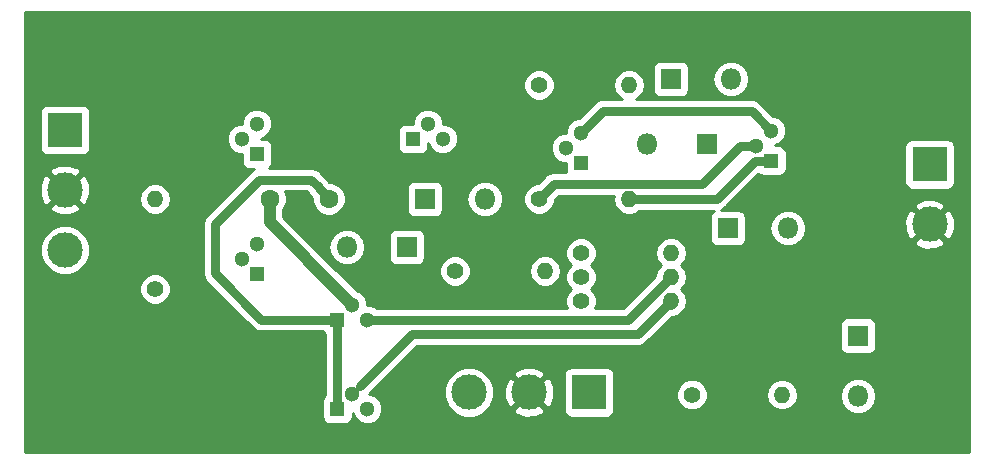
<source format=gbr>
G04 #@! TF.GenerationSoftware,KiCad,Pcbnew,(5.0.0)*
G04 #@! TF.CreationDate,2019-06-12T13:43:47+03:00*
G04 #@! TF.ProjectId,OP pastiprin_t_js,4F502070617374697072696E0174016A,rev?*
G04 #@! TF.SameCoordinates,Original*
G04 #@! TF.FileFunction,Copper,L1,Top,Signal*
G04 #@! TF.FilePolarity,Positive*
%FSLAX46Y46*%
G04 Gerber Fmt 4.6, Leading zero omitted, Abs format (unit mm)*
G04 Created by KiCad (PCBNEW (5.0.0)) date 06/12/19 13:43:48*
%MOMM*%
%LPD*%
G01*
G04 APERTURE LIST*
G04 #@! TA.AperFunction,ComponentPad*
%ADD10C,1.400000*%
G04 #@! TD*
G04 #@! TA.AperFunction,ComponentPad*
%ADD11O,1.400000X1.400000*%
G04 #@! TD*
G04 #@! TA.AperFunction,ComponentPad*
%ADD12C,1.600000*%
G04 #@! TD*
G04 #@! TA.AperFunction,ComponentPad*
%ADD13R,1.800000X1.800000*%
G04 #@! TD*
G04 #@! TA.AperFunction,ComponentPad*
%ADD14O,1.800000X1.800000*%
G04 #@! TD*
G04 #@! TA.AperFunction,ComponentPad*
%ADD15C,3.000000*%
G04 #@! TD*
G04 #@! TA.AperFunction,ComponentPad*
%ADD16R,3.000000X3.000000*%
G04 #@! TD*
G04 #@! TA.AperFunction,ComponentPad*
%ADD17R,1.300000X1.300000*%
G04 #@! TD*
G04 #@! TA.AperFunction,ComponentPad*
%ADD18C,1.300000*%
G04 #@! TD*
G04 #@! TA.AperFunction,Conductor*
%ADD19C,1.000000*%
G04 #@! TD*
G04 #@! TA.AperFunction,Conductor*
%ADD20C,0.750000*%
G04 #@! TD*
G04 #@! TA.AperFunction,Conductor*
%ADD21C,0.250000*%
G04 #@! TD*
G04 #@! TA.AperFunction,Conductor*
%ADD22C,0.254000*%
G04 #@! TD*
G04 APERTURE END LIST*
D10*
G04 #@! TO.P,R6,1*
G04 #@! TO.N,Net-(R6-Pad1)*
X179070000Y-118173500D03*
D11*
G04 #@! TO.P,R6,2*
G04 #@! TO.N,Net-(D2-Pad2)*
X186690000Y-118173500D03*
G04 #@! TD*
D12*
G04 #@! TO.P,C1,1*
G04 #@! TO.N,Net-(C1-Pad1)*
X143336000Y-101600000D03*
G04 #@! TO.P,C1,2*
G04 #@! TO.N,Net-(C1-Pad2)*
X148336000Y-101600000D03*
G04 #@! TD*
D13*
G04 #@! TO.P,D1,1*
G04 #@! TO.N,Net-(D1-Pad1)*
X177292000Y-91440000D03*
D14*
G04 #@! TO.P,D1,2*
G04 #@! TO.N,Net-(D1-Pad2)*
X182372000Y-91440000D03*
G04 #@! TD*
G04 #@! TO.P,D2,2*
G04 #@! TO.N,Net-(D2-Pad2)*
X175300640Y-96911160D03*
D13*
G04 #@! TO.P,D2,1*
G04 #@! TO.N,Net-(D1-Pad2)*
X180380640Y-96911160D03*
G04 #@! TD*
G04 #@! TO.P,D6,1*
G04 #@! TO.N,Net-(D6-Pad1)*
X182118000Y-104076500D03*
D14*
G04 #@! TO.P,D6,2*
G04 #@! TO.N,Net-(D6-Pad2)*
X187198000Y-104076500D03*
G04 #@! TD*
G04 #@! TO.P,D7,2*
G04 #@! TO.N,Net-(D2-Pad2)*
X193136520Y-118252240D03*
D13*
G04 #@! TO.P,D7,1*
G04 #@! TO.N,Net-(D6-Pad2)*
X193136520Y-113172240D03*
G04 #@! TD*
G04 #@! TO.P,D10,1*
G04 #@! TO.N,Net-(D10-Pad1)*
X154940000Y-105664000D03*
D14*
G04 #@! TO.P,D10,2*
G04 #@! TO.N,Net-(C1-Pad2)*
X149860000Y-105664000D03*
G04 #@! TD*
G04 #@! TO.P,D11,2*
G04 #@! TO.N,Net-(D11-Pad2)*
X161544000Y-101600000D03*
D13*
G04 #@! TO.P,D11,1*
G04 #@! TO.N,Net-(C1-Pad2)*
X156464000Y-101600000D03*
G04 #@! TD*
D15*
G04 #@! TO.P,J1,3*
G04 #@! TO.N,Net-(J1-Pad3)*
X125984000Y-105918000D03*
G04 #@! TO.P,J1,2*
G04 #@! TO.N,Earth*
X125984000Y-100838000D03*
D16*
G04 #@! TO.P,J1,1*
G04 #@! TO.N,Net-(J1-Pad1)*
X125984000Y-95758000D03*
G04 #@! TD*
G04 #@! TO.P,J2,1*
G04 #@! TO.N,Net-(D2-Pad2)*
X170370500Y-117983000D03*
D15*
G04 #@! TO.P,J2,2*
G04 #@! TO.N,Earth*
X165290500Y-117983000D03*
G04 #@! TO.P,J2,3*
G04 #@! TO.N,Net-(J2-Pad3)*
X160210500Y-117983000D03*
G04 #@! TD*
D16*
G04 #@! TO.P,J3,1*
G04 #@! TO.N,Net-(J3-Pad1)*
X199199500Y-98679000D03*
D15*
G04 #@! TO.P,J3,2*
G04 #@! TO.N,Earth*
X199199500Y-103759000D03*
G04 #@! TD*
D11*
G04 #@! TO.P,R1,2*
G04 #@! TO.N,Net-(D1-Pad1)*
X177292000Y-106172000D03*
D10*
G04 #@! TO.P,R1,1*
G04 #@! TO.N,Net-(J2-Pad3)*
X169672000Y-106172000D03*
G04 #@! TD*
D11*
G04 #@! TO.P,R2,2*
G04 #@! TO.N,Net-(C1-Pad1)*
X133604000Y-101600000D03*
D10*
G04 #@! TO.P,R2,1*
G04 #@! TO.N,Net-(J2-Pad3)*
X133604000Y-109220000D03*
G04 #@! TD*
D11*
G04 #@! TO.P,R3,2*
G04 #@! TO.N,Net-(D2-Pad2)*
X173736000Y-91948000D03*
D10*
G04 #@! TO.P,R3,1*
G04 #@! TO.N,Net-(R3-Pad1)*
X166116000Y-91948000D03*
G04 #@! TD*
G04 #@! TO.P,R4,1*
G04 #@! TO.N,Net-(J2-Pad3)*
X169672000Y-110236000D03*
D11*
G04 #@! TO.P,R4,2*
G04 #@! TO.N,Net-(D6-Pad1)*
X177292000Y-110236000D03*
G04 #@! TD*
D10*
G04 #@! TO.P,R5,1*
G04 #@! TO.N,Net-(J2-Pad3)*
X169672000Y-108204000D03*
D11*
G04 #@! TO.P,R5,2*
G04 #@! TO.N,Net-(R5-Pad2)*
X177292000Y-108204000D03*
G04 #@! TD*
G04 #@! TO.P,R7,2*
G04 #@! TO.N,Net-(D10-Pad1)*
X166624000Y-107696000D03*
D10*
G04 #@! TO.P,R7,1*
G04 #@! TO.N,Net-(J2-Pad3)*
X159004000Y-107696000D03*
G04 #@! TD*
G04 #@! TO.P,R8,1*
G04 #@! TO.N,Net-(D11-Pad2)*
X166116000Y-101600000D03*
D11*
G04 #@! TO.P,R8,2*
G04 #@! TO.N,Net-(D2-Pad2)*
X173736000Y-101600000D03*
G04 #@! TD*
D17*
G04 #@! TO.P,V4,2*
G04 #@! TO.N,Net-(C1-Pad1)*
X142240000Y-97790000D03*
D18*
G04 #@! TO.P,V4,3*
G04 #@! TO.N,Net-(V14-Pad2)*
X142240000Y-95250000D03*
G04 #@! TO.P,V4,1*
G04 #@! TO.N,Net-(J1-Pad1)*
X140970000Y-96520000D03*
G04 #@! TD*
G04 #@! TO.P,V5,1*
G04 #@! TO.N,Net-(J1-Pad3)*
X140970000Y-106680000D03*
G04 #@! TO.P,V5,3*
G04 #@! TO.N,Net-(V14-Pad2)*
X142240000Y-105410000D03*
D17*
G04 #@! TO.P,V5,2*
G04 #@! TO.N,Net-(J2-Pad3)*
X142240000Y-107950000D03*
G04 #@! TD*
D18*
G04 #@! TO.P,V8,1*
G04 #@! TO.N,Net-(C1-Pad1)*
X150304500Y-110553500D03*
G04 #@! TO.P,V8,3*
G04 #@! TO.N,Net-(R5-Pad2)*
X151574500Y-111823500D03*
D17*
G04 #@! TO.P,V8,2*
G04 #@! TO.N,Net-(C1-Pad2)*
X149034500Y-111823500D03*
G04 #@! TD*
G04 #@! TO.P,V9,2*
G04 #@! TO.N,Net-(C1-Pad2)*
X149047200Y-119380000D03*
D18*
G04 #@! TO.P,V9,3*
G04 #@! TO.N,Net-(R6-Pad1)*
X151587200Y-119380000D03*
G04 #@! TO.P,V9,1*
G04 #@! TO.N,Net-(D6-Pad1)*
X150317200Y-118110000D03*
G04 #@! TD*
G04 #@! TO.P,V12,1*
G04 #@! TO.N,Net-(D10-Pad1)*
X168402000Y-97282000D03*
G04 #@! TO.P,V12,3*
G04 #@! TO.N,Net-(J3-Pad1)*
X169672000Y-96012000D03*
D17*
G04 #@! TO.P,V12,2*
G04 #@! TO.N,Net-(J2-Pad3)*
X169672000Y-98552000D03*
G04 #@! TD*
D18*
G04 #@! TO.P,V13,1*
G04 #@! TO.N,Net-(D11-Pad2)*
X184531000Y-97091500D03*
G04 #@! TO.P,V13,3*
G04 #@! TO.N,Net-(J3-Pad1)*
X185801000Y-95821500D03*
D17*
G04 #@! TO.P,V13,2*
G04 #@! TO.N,Net-(D2-Pad2)*
X185801000Y-98361500D03*
G04 #@! TD*
G04 #@! TO.P,V14,2*
G04 #@! TO.N,Net-(V14-Pad2)*
X155448000Y-96520000D03*
D18*
G04 #@! TO.P,V14,3*
G04 #@! TO.N,Net-(R3-Pad1)*
X157988000Y-96520000D03*
G04 #@! TO.P,V14,1*
G04 #@! TO.N,Net-(D1-Pad1)*
X156718000Y-95250000D03*
G04 #@! TD*
D19*
G04 #@! TO.N,Net-(C1-Pad1)*
X149654501Y-109903501D02*
X150304500Y-110553500D01*
X143336000Y-103585000D02*
X149654501Y-109903501D01*
X143336000Y-101600000D02*
X143336000Y-103585000D01*
D20*
G04 #@! TO.N,Net-(C1-Pad2)*
X148336000Y-101533960D02*
X148336000Y-101600000D01*
X147462240Y-100660200D02*
X148336000Y-101533960D01*
X147462240Y-100599240D02*
X147462240Y-100660200D01*
X142618460Y-111823500D02*
X138694160Y-107899200D01*
X138694160Y-107899200D02*
X138694160Y-103703120D01*
X149034500Y-111823500D02*
X142618460Y-111823500D01*
X138694160Y-103703120D02*
X142427960Y-99969320D01*
X142427960Y-99969320D02*
X146832320Y-99969320D01*
X146832320Y-99969320D02*
X147462240Y-100599240D01*
D21*
X149047200Y-111836200D02*
X149034500Y-111823500D01*
D20*
X149047200Y-119380000D02*
X149047200Y-111836200D01*
G04 #@! TO.N,Net-(D2-Pad2)*
X174725949Y-101600000D02*
X173736000Y-101600000D01*
X181162500Y-101600000D02*
X174725949Y-101600000D01*
X184401000Y-98361500D02*
X181162500Y-101600000D01*
X185801000Y-98361500D02*
X184401000Y-98361500D01*
G04 #@! TO.N,Net-(D6-Pad1)*
X177292000Y-110566200D02*
X177292000Y-110236000D01*
D21*
X150967199Y-117460001D02*
X150317200Y-118110000D01*
D20*
X155397200Y-113030000D02*
X150967199Y-117460001D01*
X177292000Y-110236000D02*
X174498000Y-113030000D01*
X174498000Y-113030000D02*
X155397200Y-113030000D01*
G04 #@! TO.N,Net-(D11-Pad2)*
X166815999Y-100900001D02*
X166116000Y-101600000D01*
X167391001Y-100324999D02*
X166815999Y-100900001D01*
X183128999Y-97091500D02*
X179895500Y-100324999D01*
X184531000Y-97091500D02*
X183128999Y-97091500D01*
X179895500Y-100324999D02*
X167391001Y-100324999D01*
G04 #@! TO.N,Net-(J3-Pad1)*
X169672000Y-96012000D02*
X171513500Y-94170500D01*
X184150000Y-94170500D02*
X183832500Y-94170500D01*
X185801000Y-95821500D02*
X184150000Y-94170500D01*
X171513500Y-94170500D02*
X183832500Y-94170500D01*
G04 #@! TO.N,Net-(R5-Pad2)*
X173672500Y-111823500D02*
X177292000Y-108204000D01*
X151574500Y-111823500D02*
X173672500Y-111823500D01*
G04 #@! TD*
D22*
G04 #@! TO.N,Earth*
G36*
X202498001Y-121850860D02*
X202498000Y-121850865D01*
X202498001Y-123063000D01*
X122622000Y-123063000D01*
X122622000Y-108956043D01*
X132277000Y-108956043D01*
X132277000Y-109483957D01*
X132479024Y-109971685D01*
X132852315Y-110344976D01*
X133340043Y-110547000D01*
X133867957Y-110547000D01*
X134355685Y-110344976D01*
X134728976Y-109971685D01*
X134931000Y-109483957D01*
X134931000Y-108956043D01*
X134728976Y-108468315D01*
X134355685Y-108095024D01*
X133867957Y-107893000D01*
X133340043Y-107893000D01*
X132852315Y-108095024D01*
X132479024Y-108468315D01*
X132277000Y-108956043D01*
X122622000Y-108956043D01*
X122622000Y-105494913D01*
X123857000Y-105494913D01*
X123857000Y-106341087D01*
X124180817Y-107122848D01*
X124779152Y-107721183D01*
X125560913Y-108045000D01*
X126407087Y-108045000D01*
X127188848Y-107721183D01*
X127787183Y-107122848D01*
X128111000Y-106341087D01*
X128111000Y-105494913D01*
X127787183Y-104713152D01*
X127188848Y-104114817D01*
X126407087Y-103791000D01*
X125560913Y-103791000D01*
X124779152Y-104114817D01*
X124180817Y-104713152D01*
X123857000Y-105494913D01*
X122622000Y-105494913D01*
X122622000Y-103703120D01*
X137672530Y-103703120D01*
X137692161Y-103801811D01*
X137692160Y-107800513D01*
X137672530Y-107899200D01*
X137692160Y-107997886D01*
X137750297Y-108290160D01*
X137971758Y-108621602D01*
X138055426Y-108677507D01*
X141840155Y-112462237D01*
X141896058Y-112545902D01*
X142227499Y-112767363D01*
X142519773Y-112825500D01*
X142519774Y-112825500D01*
X142618459Y-112845130D01*
X142717144Y-112825500D01*
X147865614Y-112825500D01*
X147932459Y-112925541D01*
X148045201Y-113000873D01*
X148045200Y-118211114D01*
X147945159Y-118277959D01*
X147806580Y-118485357D01*
X147757917Y-118730000D01*
X147757917Y-120030000D01*
X147806580Y-120274643D01*
X147945159Y-120482041D01*
X148152557Y-120620620D01*
X148397200Y-120669283D01*
X149697200Y-120669283D01*
X149941843Y-120620620D01*
X150149241Y-120482041D01*
X150287820Y-120274643D01*
X150336483Y-120030000D01*
X150336483Y-119697464D01*
X150504612Y-120103362D01*
X150863838Y-120462588D01*
X151333189Y-120657000D01*
X151841211Y-120657000D01*
X152310562Y-120462588D01*
X152669788Y-120103362D01*
X152864200Y-119634011D01*
X152864200Y-119125989D01*
X152669788Y-118656638D01*
X152310562Y-118297412D01*
X151841211Y-118103000D01*
X151741241Y-118103000D01*
X152284328Y-117559913D01*
X158083500Y-117559913D01*
X158083500Y-118406087D01*
X158407317Y-119187848D01*
X159005652Y-119786183D01*
X159787413Y-120110000D01*
X160633587Y-120110000D01*
X161415348Y-119786183D01*
X161708923Y-119492608D01*
X163960497Y-119492608D01*
X164120721Y-119809129D01*
X164908594Y-120117779D01*
X165754609Y-120101428D01*
X166460279Y-119809129D01*
X166620503Y-119492608D01*
X165290500Y-118162605D01*
X163960497Y-119492608D01*
X161708923Y-119492608D01*
X162013683Y-119187848D01*
X162337500Y-118406087D01*
X162337500Y-117601094D01*
X163155721Y-117601094D01*
X163172072Y-118447109D01*
X163464371Y-119152779D01*
X163780892Y-119313003D01*
X165110895Y-117983000D01*
X165470105Y-117983000D01*
X166800108Y-119313003D01*
X167116629Y-119152779D01*
X167425279Y-118364906D01*
X167408928Y-117518891D01*
X167116629Y-116813221D01*
X166800108Y-116652997D01*
X165470105Y-117983000D01*
X165110895Y-117983000D01*
X163780892Y-116652997D01*
X163464371Y-116813221D01*
X163155721Y-117601094D01*
X162337500Y-117601094D01*
X162337500Y-117559913D01*
X162013683Y-116778152D01*
X161708923Y-116473392D01*
X163960497Y-116473392D01*
X165290500Y-117803395D01*
X166610895Y-116483000D01*
X168231217Y-116483000D01*
X168231217Y-119483000D01*
X168279880Y-119727643D01*
X168418459Y-119935041D01*
X168625857Y-120073620D01*
X168870500Y-120122283D01*
X171870500Y-120122283D01*
X172115143Y-120073620D01*
X172322541Y-119935041D01*
X172461120Y-119727643D01*
X172509783Y-119483000D01*
X172509783Y-117909543D01*
X177743000Y-117909543D01*
X177743000Y-118437457D01*
X177945024Y-118925185D01*
X178318315Y-119298476D01*
X178806043Y-119500500D01*
X179333957Y-119500500D01*
X179821685Y-119298476D01*
X180194976Y-118925185D01*
X180397000Y-118437457D01*
X180397000Y-118173500D01*
X185337003Y-118173500D01*
X185439994Y-118691270D01*
X185733287Y-119130213D01*
X186172230Y-119423506D01*
X186559304Y-119500500D01*
X186820696Y-119500500D01*
X187207770Y-119423506D01*
X187646713Y-119130213D01*
X187940006Y-118691270D01*
X188027334Y-118252240D01*
X191579605Y-118252240D01*
X191698118Y-118848046D01*
X192035615Y-119353145D01*
X192540714Y-119690642D01*
X192986127Y-119779240D01*
X193286913Y-119779240D01*
X193732326Y-119690642D01*
X194237425Y-119353145D01*
X194574922Y-118848046D01*
X194693435Y-118252240D01*
X194574922Y-117656434D01*
X194237425Y-117151335D01*
X193732326Y-116813838D01*
X193286913Y-116725240D01*
X192986127Y-116725240D01*
X192540714Y-116813838D01*
X192035615Y-117151335D01*
X191698118Y-117656434D01*
X191579605Y-118252240D01*
X188027334Y-118252240D01*
X188042997Y-118173500D01*
X187940006Y-117655730D01*
X187646713Y-117216787D01*
X187207770Y-116923494D01*
X186820696Y-116846500D01*
X186559304Y-116846500D01*
X186172230Y-116923494D01*
X185733287Y-117216787D01*
X185439994Y-117655730D01*
X185337003Y-118173500D01*
X180397000Y-118173500D01*
X180397000Y-117909543D01*
X180194976Y-117421815D01*
X179821685Y-117048524D01*
X179333957Y-116846500D01*
X178806043Y-116846500D01*
X178318315Y-117048524D01*
X177945024Y-117421815D01*
X177743000Y-117909543D01*
X172509783Y-117909543D01*
X172509783Y-116483000D01*
X172461120Y-116238357D01*
X172322541Y-116030959D01*
X172115143Y-115892380D01*
X171870500Y-115843717D01*
X168870500Y-115843717D01*
X168625857Y-115892380D01*
X168418459Y-116030959D01*
X168279880Y-116238357D01*
X168231217Y-116483000D01*
X166610895Y-116483000D01*
X166620503Y-116473392D01*
X166460279Y-116156871D01*
X165672406Y-115848221D01*
X164826391Y-115864572D01*
X164120721Y-116156871D01*
X163960497Y-116473392D01*
X161708923Y-116473392D01*
X161415348Y-116179817D01*
X160633587Y-115856000D01*
X159787413Y-115856000D01*
X159005652Y-116179817D01*
X158407317Y-116778152D01*
X158083500Y-117559913D01*
X152284328Y-117559913D01*
X155812242Y-114032000D01*
X174399314Y-114032000D01*
X174498000Y-114051630D01*
X174596686Y-114032000D01*
X174596687Y-114032000D01*
X174888961Y-113973863D01*
X175220402Y-113752402D01*
X175276307Y-113668734D01*
X176672801Y-112272240D01*
X191597237Y-112272240D01*
X191597237Y-114072240D01*
X191645900Y-114316883D01*
X191784479Y-114524281D01*
X191991877Y-114662860D01*
X192236520Y-114711523D01*
X194036520Y-114711523D01*
X194281163Y-114662860D01*
X194488561Y-114524281D01*
X194627140Y-114316883D01*
X194675803Y-114072240D01*
X194675803Y-112272240D01*
X194627140Y-112027597D01*
X194488561Y-111820199D01*
X194281163Y-111681620D01*
X194036520Y-111632957D01*
X192236520Y-111632957D01*
X191991877Y-111681620D01*
X191784479Y-111820199D01*
X191645900Y-112027597D01*
X191597237Y-112272240D01*
X176672801Y-112272240D01*
X177373404Y-111571638D01*
X177416828Y-111563000D01*
X177422696Y-111563000D01*
X177809770Y-111486006D01*
X178248713Y-111192713D01*
X178542006Y-110753770D01*
X178644997Y-110236000D01*
X178542006Y-109718230D01*
X178248713Y-109279287D01*
X178159984Y-109220000D01*
X178248713Y-109160713D01*
X178542006Y-108721770D01*
X178644997Y-108204000D01*
X178542006Y-107686230D01*
X178248713Y-107247287D01*
X178159984Y-107188000D01*
X178248713Y-107128713D01*
X178542006Y-106689770D01*
X178644997Y-106172000D01*
X178542006Y-105654230D01*
X178248713Y-105215287D01*
X177809770Y-104921994D01*
X177422696Y-104845000D01*
X177161304Y-104845000D01*
X176774230Y-104921994D01*
X176335287Y-105215287D01*
X176041994Y-105654230D01*
X175939003Y-106172000D01*
X176041994Y-106689770D01*
X176335287Y-107128713D01*
X176424016Y-107188000D01*
X176335287Y-107247287D01*
X176041994Y-107686230D01*
X175954906Y-108124053D01*
X173257459Y-110821500D01*
X170865812Y-110821500D01*
X170999000Y-110499957D01*
X170999000Y-109972043D01*
X170796976Y-109484315D01*
X170532661Y-109220000D01*
X170796976Y-108955685D01*
X170999000Y-108467957D01*
X170999000Y-107940043D01*
X170796976Y-107452315D01*
X170532661Y-107188000D01*
X170796976Y-106923685D01*
X170999000Y-106435957D01*
X170999000Y-105908043D01*
X170796976Y-105420315D01*
X170423685Y-105047024D01*
X169935957Y-104845000D01*
X169408043Y-104845000D01*
X168920315Y-105047024D01*
X168547024Y-105420315D01*
X168345000Y-105908043D01*
X168345000Y-106435957D01*
X168547024Y-106923685D01*
X168811339Y-107188000D01*
X168547024Y-107452315D01*
X168345000Y-107940043D01*
X168345000Y-108467957D01*
X168547024Y-108955685D01*
X168811339Y-109220000D01*
X168547024Y-109484315D01*
X168345000Y-109972043D01*
X168345000Y-110499957D01*
X168478188Y-110821500D01*
X152378450Y-110821500D01*
X152297862Y-110740912D01*
X151828511Y-110546500D01*
X151581500Y-110546500D01*
X151581500Y-110299489D01*
X151387088Y-109830138D01*
X151027862Y-109470912D01*
X150665729Y-109320911D01*
X150529900Y-109185082D01*
X150529898Y-109185079D01*
X148776862Y-107432043D01*
X157677000Y-107432043D01*
X157677000Y-107959957D01*
X157879024Y-108447685D01*
X158252315Y-108820976D01*
X158740043Y-109023000D01*
X159267957Y-109023000D01*
X159755685Y-108820976D01*
X160128976Y-108447685D01*
X160331000Y-107959957D01*
X160331000Y-107696000D01*
X165271003Y-107696000D01*
X165373994Y-108213770D01*
X165667287Y-108652713D01*
X166106230Y-108946006D01*
X166493304Y-109023000D01*
X166754696Y-109023000D01*
X167141770Y-108946006D01*
X167580713Y-108652713D01*
X167874006Y-108213770D01*
X167976997Y-107696000D01*
X167874006Y-107178230D01*
X167580713Y-106739287D01*
X167141770Y-106445994D01*
X166754696Y-106369000D01*
X166493304Y-106369000D01*
X166106230Y-106445994D01*
X165667287Y-106739287D01*
X165373994Y-107178230D01*
X165271003Y-107696000D01*
X160331000Y-107696000D01*
X160331000Y-107432043D01*
X160128976Y-106944315D01*
X159755685Y-106571024D01*
X159267957Y-106369000D01*
X158740043Y-106369000D01*
X158252315Y-106571024D01*
X157879024Y-106944315D01*
X157677000Y-107432043D01*
X148776862Y-107432043D01*
X147008819Y-105664000D01*
X148303085Y-105664000D01*
X148421598Y-106259806D01*
X148759095Y-106764905D01*
X149264194Y-107102402D01*
X149709607Y-107191000D01*
X150010393Y-107191000D01*
X150455806Y-107102402D01*
X150960905Y-106764905D01*
X151298402Y-106259806D01*
X151416915Y-105664000D01*
X151298402Y-105068194D01*
X151095146Y-104764000D01*
X153400717Y-104764000D01*
X153400717Y-106564000D01*
X153449380Y-106808643D01*
X153587959Y-107016041D01*
X153795357Y-107154620D01*
X154040000Y-107203283D01*
X155840000Y-107203283D01*
X156084643Y-107154620D01*
X156292041Y-107016041D01*
X156430620Y-106808643D01*
X156479283Y-106564000D01*
X156479283Y-104764000D01*
X156430620Y-104519357D01*
X156292041Y-104311959D01*
X156084643Y-104173380D01*
X155840000Y-104124717D01*
X154040000Y-104124717D01*
X153795357Y-104173380D01*
X153587959Y-104311959D01*
X153449380Y-104519357D01*
X153400717Y-104764000D01*
X151095146Y-104764000D01*
X150960905Y-104563095D01*
X150455806Y-104225598D01*
X150010393Y-104137000D01*
X149709607Y-104137000D01*
X149264194Y-104225598D01*
X148759095Y-104563095D01*
X148421598Y-105068194D01*
X148303085Y-105664000D01*
X147008819Y-105664000D01*
X144463000Y-103118182D01*
X144463000Y-102491084D01*
X144545753Y-102408331D01*
X144763000Y-101883848D01*
X144763000Y-101316152D01*
X144620167Y-100971320D01*
X146417279Y-100971320D01*
X146561181Y-101115222D01*
X146739838Y-101382602D01*
X146823505Y-101438506D01*
X146909000Y-101524001D01*
X146909000Y-101883848D01*
X147126247Y-102408331D01*
X147527669Y-102809753D01*
X148052152Y-103027000D01*
X148619848Y-103027000D01*
X149144331Y-102809753D01*
X149545753Y-102408331D01*
X149763000Y-101883848D01*
X149763000Y-101316152D01*
X149545753Y-100791669D01*
X149454084Y-100700000D01*
X154924717Y-100700000D01*
X154924717Y-102500000D01*
X154973380Y-102744643D01*
X155111959Y-102952041D01*
X155319357Y-103090620D01*
X155564000Y-103139283D01*
X157364000Y-103139283D01*
X157608643Y-103090620D01*
X157816041Y-102952041D01*
X157954620Y-102744643D01*
X158003283Y-102500000D01*
X158003283Y-101600000D01*
X159987085Y-101600000D01*
X160105598Y-102195806D01*
X160443095Y-102700905D01*
X160948194Y-103038402D01*
X161393607Y-103127000D01*
X161694393Y-103127000D01*
X162139806Y-103038402D01*
X162644905Y-102700905D01*
X162982402Y-102195806D01*
X163100915Y-101600000D01*
X163048411Y-101336043D01*
X164789000Y-101336043D01*
X164789000Y-101863957D01*
X164991024Y-102351685D01*
X165364315Y-102724976D01*
X165852043Y-102927000D01*
X166379957Y-102927000D01*
X166867685Y-102724976D01*
X167240976Y-102351685D01*
X167443000Y-101863957D01*
X167443000Y-101690042D01*
X167594302Y-101538740D01*
X167594304Y-101538737D01*
X167806042Y-101326999D01*
X172437306Y-101326999D01*
X172383003Y-101600000D01*
X172485994Y-102117770D01*
X172779287Y-102556713D01*
X173218230Y-102850006D01*
X173605304Y-102927000D01*
X173866696Y-102927000D01*
X174253770Y-102850006D01*
X174624936Y-102602000D01*
X180949232Y-102602000D01*
X180765959Y-102724459D01*
X180627380Y-102931857D01*
X180578717Y-103176500D01*
X180578717Y-104976500D01*
X180627380Y-105221143D01*
X180765959Y-105428541D01*
X180973357Y-105567120D01*
X181218000Y-105615783D01*
X183018000Y-105615783D01*
X183262643Y-105567120D01*
X183470041Y-105428541D01*
X183608620Y-105221143D01*
X183657283Y-104976500D01*
X183657283Y-104076500D01*
X185641085Y-104076500D01*
X185759598Y-104672306D01*
X186097095Y-105177405D01*
X186602194Y-105514902D01*
X187047607Y-105603500D01*
X187348393Y-105603500D01*
X187793806Y-105514902D01*
X188162410Y-105268608D01*
X197869497Y-105268608D01*
X198029721Y-105585129D01*
X198817594Y-105893779D01*
X199663609Y-105877428D01*
X200369279Y-105585129D01*
X200529503Y-105268608D01*
X199199500Y-103938605D01*
X197869497Y-105268608D01*
X188162410Y-105268608D01*
X188298905Y-105177405D01*
X188636402Y-104672306D01*
X188754915Y-104076500D01*
X188636402Y-103480694D01*
X188567179Y-103377094D01*
X197064721Y-103377094D01*
X197081072Y-104223109D01*
X197373371Y-104928779D01*
X197689892Y-105089003D01*
X199019895Y-103759000D01*
X199379105Y-103759000D01*
X200709108Y-105089003D01*
X201025629Y-104928779D01*
X201334279Y-104140906D01*
X201317928Y-103294891D01*
X201025629Y-102589221D01*
X200709108Y-102428997D01*
X199379105Y-103759000D01*
X199019895Y-103759000D01*
X197689892Y-102428997D01*
X197373371Y-102589221D01*
X197064721Y-103377094D01*
X188567179Y-103377094D01*
X188298905Y-102975595D01*
X187793806Y-102638098D01*
X187348393Y-102549500D01*
X187047607Y-102549500D01*
X186602194Y-102638098D01*
X186097095Y-102975595D01*
X185759598Y-103480694D01*
X185641085Y-104076500D01*
X183657283Y-104076500D01*
X183657283Y-103176500D01*
X183608620Y-102931857D01*
X183470041Y-102724459D01*
X183262643Y-102585880D01*
X183018000Y-102537217D01*
X181563407Y-102537217D01*
X181884902Y-102322402D01*
X181933685Y-102249392D01*
X197869497Y-102249392D01*
X199199500Y-103579395D01*
X200529503Y-102249392D01*
X200369279Y-101932871D01*
X199581406Y-101624221D01*
X198735391Y-101640572D01*
X198029721Y-101932871D01*
X197869497Y-102249392D01*
X181933685Y-102249392D01*
X181940807Y-102238734D01*
X184709175Y-99470367D01*
X184906357Y-99602120D01*
X185151000Y-99650783D01*
X186451000Y-99650783D01*
X186695643Y-99602120D01*
X186903041Y-99463541D01*
X187041620Y-99256143D01*
X187090283Y-99011500D01*
X187090283Y-97711500D01*
X187041620Y-97466857D01*
X186903041Y-97259459D01*
X186782626Y-97179000D01*
X197060217Y-97179000D01*
X197060217Y-100179000D01*
X197108880Y-100423643D01*
X197247459Y-100631041D01*
X197454857Y-100769620D01*
X197699500Y-100818283D01*
X200699500Y-100818283D01*
X200944143Y-100769620D01*
X201151541Y-100631041D01*
X201290120Y-100423643D01*
X201338783Y-100179000D01*
X201338783Y-97179000D01*
X201290120Y-96934357D01*
X201151541Y-96726959D01*
X200944143Y-96588380D01*
X200699500Y-96539717D01*
X197699500Y-96539717D01*
X197454857Y-96588380D01*
X197247459Y-96726959D01*
X197108880Y-96934357D01*
X197060217Y-97179000D01*
X186782626Y-97179000D01*
X186695643Y-97120880D01*
X186451000Y-97072217D01*
X186118464Y-97072217D01*
X186524362Y-96904088D01*
X186883588Y-96544862D01*
X187078000Y-96075511D01*
X187078000Y-95567489D01*
X186883588Y-95098138D01*
X186524362Y-94738912D01*
X186055011Y-94544500D01*
X185941042Y-94544500D01*
X184928307Y-93531766D01*
X184872402Y-93448098D01*
X184540961Y-93226637D01*
X184248687Y-93168500D01*
X184248686Y-93168500D01*
X184150000Y-93148870D01*
X184051314Y-93168500D01*
X174297929Y-93168500D01*
X174692713Y-92904713D01*
X174986006Y-92465770D01*
X175088997Y-91948000D01*
X174986006Y-91430230D01*
X174692713Y-90991287D01*
X174253770Y-90697994D01*
X173866696Y-90621000D01*
X173605304Y-90621000D01*
X173218230Y-90697994D01*
X172779287Y-90991287D01*
X172485994Y-91430230D01*
X172383003Y-91948000D01*
X172485994Y-92465770D01*
X172779287Y-92904713D01*
X173174071Y-93168500D01*
X171612184Y-93168500D01*
X171513499Y-93148870D01*
X171414814Y-93168500D01*
X171414813Y-93168500D01*
X171122539Y-93226637D01*
X170791098Y-93448098D01*
X170735195Y-93531763D01*
X169531959Y-94735000D01*
X169417989Y-94735000D01*
X168948638Y-94929412D01*
X168589412Y-95288638D01*
X168395000Y-95757989D01*
X168395000Y-96005000D01*
X168147989Y-96005000D01*
X167678638Y-96199412D01*
X167319412Y-96558638D01*
X167125000Y-97027989D01*
X167125000Y-97536011D01*
X167319412Y-98005362D01*
X167678638Y-98364588D01*
X168147989Y-98559000D01*
X168382717Y-98559000D01*
X168382717Y-99202000D01*
X168406785Y-99322999D01*
X167489688Y-99322999D01*
X167391001Y-99303369D01*
X167292314Y-99322999D01*
X167000040Y-99381136D01*
X166668599Y-99602597D01*
X166612694Y-99686265D01*
X166177263Y-100121696D01*
X166177260Y-100121698D01*
X166025958Y-100273000D01*
X165852043Y-100273000D01*
X165364315Y-100475024D01*
X164991024Y-100848315D01*
X164789000Y-101336043D01*
X163048411Y-101336043D01*
X162982402Y-101004194D01*
X162644905Y-100499095D01*
X162139806Y-100161598D01*
X161694393Y-100073000D01*
X161393607Y-100073000D01*
X160948194Y-100161598D01*
X160443095Y-100499095D01*
X160105598Y-101004194D01*
X159987085Y-101600000D01*
X158003283Y-101600000D01*
X158003283Y-100700000D01*
X157954620Y-100455357D01*
X157816041Y-100247959D01*
X157608643Y-100109380D01*
X157364000Y-100060717D01*
X155564000Y-100060717D01*
X155319357Y-100109380D01*
X155111959Y-100247959D01*
X154973380Y-100455357D01*
X154924717Y-100700000D01*
X149454084Y-100700000D01*
X149144331Y-100390247D01*
X148619848Y-100173000D01*
X148392081Y-100173000D01*
X148363298Y-100144217D01*
X148184642Y-99876838D01*
X148100975Y-99820934D01*
X147610627Y-99330586D01*
X147554722Y-99246918D01*
X147223281Y-99025457D01*
X146931007Y-98967320D01*
X146931006Y-98967320D01*
X146832320Y-98947690D01*
X146733634Y-98967320D01*
X143229378Y-98967320D01*
X143342041Y-98892041D01*
X143480620Y-98684643D01*
X143529283Y-98440000D01*
X143529283Y-97140000D01*
X143480620Y-96895357D01*
X143342041Y-96687959D01*
X143134643Y-96549380D01*
X142890000Y-96500717D01*
X142557464Y-96500717D01*
X142963362Y-96332588D01*
X143322588Y-95973362D01*
X143365402Y-95870000D01*
X154158717Y-95870000D01*
X154158717Y-97170000D01*
X154207380Y-97414643D01*
X154345959Y-97622041D01*
X154553357Y-97760620D01*
X154798000Y-97809283D01*
X156098000Y-97809283D01*
X156342643Y-97760620D01*
X156550041Y-97622041D01*
X156688620Y-97414643D01*
X156737283Y-97170000D01*
X156737283Y-96837464D01*
X156905412Y-97243362D01*
X157264638Y-97602588D01*
X157733989Y-97797000D01*
X158242011Y-97797000D01*
X158711362Y-97602588D01*
X159070588Y-97243362D01*
X159265000Y-96774011D01*
X159265000Y-96265989D01*
X159070588Y-95796638D01*
X158711362Y-95437412D01*
X158242011Y-95243000D01*
X157995000Y-95243000D01*
X157995000Y-94995989D01*
X157800588Y-94526638D01*
X157441362Y-94167412D01*
X156972011Y-93973000D01*
X156463989Y-93973000D01*
X155994638Y-94167412D01*
X155635412Y-94526638D01*
X155441000Y-94995989D01*
X155441000Y-95230717D01*
X154798000Y-95230717D01*
X154553357Y-95279380D01*
X154345959Y-95417959D01*
X154207380Y-95625357D01*
X154158717Y-95870000D01*
X143365402Y-95870000D01*
X143517000Y-95504011D01*
X143517000Y-94995989D01*
X143322588Y-94526638D01*
X142963362Y-94167412D01*
X142494011Y-93973000D01*
X141985989Y-93973000D01*
X141516638Y-94167412D01*
X141157412Y-94526638D01*
X140963000Y-94995989D01*
X140963000Y-95243000D01*
X140715989Y-95243000D01*
X140246638Y-95437412D01*
X139887412Y-95796638D01*
X139693000Y-96265989D01*
X139693000Y-96774011D01*
X139887412Y-97243362D01*
X140246638Y-97602588D01*
X140715989Y-97797000D01*
X140950717Y-97797000D01*
X140950717Y-98440000D01*
X140999380Y-98684643D01*
X141137959Y-98892041D01*
X141345357Y-99030620D01*
X141590000Y-99079283D01*
X141956442Y-99079283D01*
X141705558Y-99246918D01*
X141649655Y-99330583D01*
X138055424Y-102924815D01*
X137971759Y-102980718D01*
X137915857Y-103064382D01*
X137750297Y-103312160D01*
X137672530Y-103703120D01*
X122622000Y-103703120D01*
X122622000Y-102347608D01*
X124653997Y-102347608D01*
X124814221Y-102664129D01*
X125602094Y-102972779D01*
X126448109Y-102956428D01*
X127153779Y-102664129D01*
X127314003Y-102347608D01*
X125984000Y-101017605D01*
X124653997Y-102347608D01*
X122622000Y-102347608D01*
X122622000Y-100456094D01*
X123849221Y-100456094D01*
X123865572Y-101302109D01*
X124157871Y-102007779D01*
X124474392Y-102168003D01*
X125804395Y-100838000D01*
X126163605Y-100838000D01*
X127493608Y-102168003D01*
X127810129Y-102007779D01*
X127969876Y-101600000D01*
X132251003Y-101600000D01*
X132353994Y-102117770D01*
X132647287Y-102556713D01*
X133086230Y-102850006D01*
X133473304Y-102927000D01*
X133734696Y-102927000D01*
X134121770Y-102850006D01*
X134560713Y-102556713D01*
X134854006Y-102117770D01*
X134956997Y-101600000D01*
X134854006Y-101082230D01*
X134560713Y-100643287D01*
X134121770Y-100349994D01*
X133734696Y-100273000D01*
X133473304Y-100273000D01*
X133086230Y-100349994D01*
X132647287Y-100643287D01*
X132353994Y-101082230D01*
X132251003Y-101600000D01*
X127969876Y-101600000D01*
X128118779Y-101219906D01*
X128102428Y-100373891D01*
X127810129Y-99668221D01*
X127493608Y-99507997D01*
X126163605Y-100838000D01*
X125804395Y-100838000D01*
X124474392Y-99507997D01*
X124157871Y-99668221D01*
X123849221Y-100456094D01*
X122622000Y-100456094D01*
X122622000Y-99328392D01*
X124653997Y-99328392D01*
X125984000Y-100658395D01*
X127314003Y-99328392D01*
X127153779Y-99011871D01*
X126365906Y-98703221D01*
X125519891Y-98719572D01*
X124814221Y-99011871D01*
X124653997Y-99328392D01*
X122622000Y-99328392D01*
X122622000Y-94258000D01*
X123844717Y-94258000D01*
X123844717Y-97258000D01*
X123893380Y-97502643D01*
X124031959Y-97710041D01*
X124239357Y-97848620D01*
X124484000Y-97897283D01*
X127484000Y-97897283D01*
X127728643Y-97848620D01*
X127936041Y-97710041D01*
X128074620Y-97502643D01*
X128123283Y-97258000D01*
X128123283Y-94258000D01*
X128074620Y-94013357D01*
X127936041Y-93805959D01*
X127728643Y-93667380D01*
X127484000Y-93618717D01*
X124484000Y-93618717D01*
X124239357Y-93667380D01*
X124031959Y-93805959D01*
X123893380Y-94013357D01*
X123844717Y-94258000D01*
X122622000Y-94258000D01*
X122622000Y-91684043D01*
X164789000Y-91684043D01*
X164789000Y-92211957D01*
X164991024Y-92699685D01*
X165364315Y-93072976D01*
X165852043Y-93275000D01*
X166379957Y-93275000D01*
X166867685Y-93072976D01*
X167240976Y-92699685D01*
X167443000Y-92211957D01*
X167443000Y-91684043D01*
X167240976Y-91196315D01*
X166867685Y-90823024D01*
X166379957Y-90621000D01*
X165852043Y-90621000D01*
X165364315Y-90823024D01*
X164991024Y-91196315D01*
X164789000Y-91684043D01*
X122622000Y-91684043D01*
X122622000Y-90540000D01*
X175752717Y-90540000D01*
X175752717Y-92340000D01*
X175801380Y-92584643D01*
X175939959Y-92792041D01*
X176147357Y-92930620D01*
X176392000Y-92979283D01*
X178192000Y-92979283D01*
X178436643Y-92930620D01*
X178644041Y-92792041D01*
X178782620Y-92584643D01*
X178831283Y-92340000D01*
X178831283Y-91440000D01*
X180815085Y-91440000D01*
X180933598Y-92035806D01*
X181271095Y-92540905D01*
X181776194Y-92878402D01*
X182221607Y-92967000D01*
X182522393Y-92967000D01*
X182967806Y-92878402D01*
X183472905Y-92540905D01*
X183810402Y-92035806D01*
X183928915Y-91440000D01*
X183810402Y-90844194D01*
X183472905Y-90339095D01*
X182967806Y-90001598D01*
X182522393Y-89913000D01*
X182221607Y-89913000D01*
X181776194Y-90001598D01*
X181271095Y-90339095D01*
X180933598Y-90844194D01*
X180815085Y-91440000D01*
X178831283Y-91440000D01*
X178831283Y-90540000D01*
X178782620Y-90295357D01*
X178644041Y-90087959D01*
X178436643Y-89949380D01*
X178192000Y-89900717D01*
X176392000Y-89900717D01*
X176147357Y-89949380D01*
X175939959Y-90087959D01*
X175801380Y-90295357D01*
X175752717Y-90540000D01*
X122622000Y-90540000D01*
X122622000Y-85792000D01*
X202498000Y-85792000D01*
X202498001Y-121850860D01*
X202498001Y-121850860D01*
G37*
X202498001Y-121850860D02*
X202498000Y-121850865D01*
X202498001Y-123063000D01*
X122622000Y-123063000D01*
X122622000Y-108956043D01*
X132277000Y-108956043D01*
X132277000Y-109483957D01*
X132479024Y-109971685D01*
X132852315Y-110344976D01*
X133340043Y-110547000D01*
X133867957Y-110547000D01*
X134355685Y-110344976D01*
X134728976Y-109971685D01*
X134931000Y-109483957D01*
X134931000Y-108956043D01*
X134728976Y-108468315D01*
X134355685Y-108095024D01*
X133867957Y-107893000D01*
X133340043Y-107893000D01*
X132852315Y-108095024D01*
X132479024Y-108468315D01*
X132277000Y-108956043D01*
X122622000Y-108956043D01*
X122622000Y-105494913D01*
X123857000Y-105494913D01*
X123857000Y-106341087D01*
X124180817Y-107122848D01*
X124779152Y-107721183D01*
X125560913Y-108045000D01*
X126407087Y-108045000D01*
X127188848Y-107721183D01*
X127787183Y-107122848D01*
X128111000Y-106341087D01*
X128111000Y-105494913D01*
X127787183Y-104713152D01*
X127188848Y-104114817D01*
X126407087Y-103791000D01*
X125560913Y-103791000D01*
X124779152Y-104114817D01*
X124180817Y-104713152D01*
X123857000Y-105494913D01*
X122622000Y-105494913D01*
X122622000Y-103703120D01*
X137672530Y-103703120D01*
X137692161Y-103801811D01*
X137692160Y-107800513D01*
X137672530Y-107899200D01*
X137692160Y-107997886D01*
X137750297Y-108290160D01*
X137971758Y-108621602D01*
X138055426Y-108677507D01*
X141840155Y-112462237D01*
X141896058Y-112545902D01*
X142227499Y-112767363D01*
X142519773Y-112825500D01*
X142519774Y-112825500D01*
X142618459Y-112845130D01*
X142717144Y-112825500D01*
X147865614Y-112825500D01*
X147932459Y-112925541D01*
X148045201Y-113000873D01*
X148045200Y-118211114D01*
X147945159Y-118277959D01*
X147806580Y-118485357D01*
X147757917Y-118730000D01*
X147757917Y-120030000D01*
X147806580Y-120274643D01*
X147945159Y-120482041D01*
X148152557Y-120620620D01*
X148397200Y-120669283D01*
X149697200Y-120669283D01*
X149941843Y-120620620D01*
X150149241Y-120482041D01*
X150287820Y-120274643D01*
X150336483Y-120030000D01*
X150336483Y-119697464D01*
X150504612Y-120103362D01*
X150863838Y-120462588D01*
X151333189Y-120657000D01*
X151841211Y-120657000D01*
X152310562Y-120462588D01*
X152669788Y-120103362D01*
X152864200Y-119634011D01*
X152864200Y-119125989D01*
X152669788Y-118656638D01*
X152310562Y-118297412D01*
X151841211Y-118103000D01*
X151741241Y-118103000D01*
X152284328Y-117559913D01*
X158083500Y-117559913D01*
X158083500Y-118406087D01*
X158407317Y-119187848D01*
X159005652Y-119786183D01*
X159787413Y-120110000D01*
X160633587Y-120110000D01*
X161415348Y-119786183D01*
X161708923Y-119492608D01*
X163960497Y-119492608D01*
X164120721Y-119809129D01*
X164908594Y-120117779D01*
X165754609Y-120101428D01*
X166460279Y-119809129D01*
X166620503Y-119492608D01*
X165290500Y-118162605D01*
X163960497Y-119492608D01*
X161708923Y-119492608D01*
X162013683Y-119187848D01*
X162337500Y-118406087D01*
X162337500Y-117601094D01*
X163155721Y-117601094D01*
X163172072Y-118447109D01*
X163464371Y-119152779D01*
X163780892Y-119313003D01*
X165110895Y-117983000D01*
X165470105Y-117983000D01*
X166800108Y-119313003D01*
X167116629Y-119152779D01*
X167425279Y-118364906D01*
X167408928Y-117518891D01*
X167116629Y-116813221D01*
X166800108Y-116652997D01*
X165470105Y-117983000D01*
X165110895Y-117983000D01*
X163780892Y-116652997D01*
X163464371Y-116813221D01*
X163155721Y-117601094D01*
X162337500Y-117601094D01*
X162337500Y-117559913D01*
X162013683Y-116778152D01*
X161708923Y-116473392D01*
X163960497Y-116473392D01*
X165290500Y-117803395D01*
X166610895Y-116483000D01*
X168231217Y-116483000D01*
X168231217Y-119483000D01*
X168279880Y-119727643D01*
X168418459Y-119935041D01*
X168625857Y-120073620D01*
X168870500Y-120122283D01*
X171870500Y-120122283D01*
X172115143Y-120073620D01*
X172322541Y-119935041D01*
X172461120Y-119727643D01*
X172509783Y-119483000D01*
X172509783Y-117909543D01*
X177743000Y-117909543D01*
X177743000Y-118437457D01*
X177945024Y-118925185D01*
X178318315Y-119298476D01*
X178806043Y-119500500D01*
X179333957Y-119500500D01*
X179821685Y-119298476D01*
X180194976Y-118925185D01*
X180397000Y-118437457D01*
X180397000Y-118173500D01*
X185337003Y-118173500D01*
X185439994Y-118691270D01*
X185733287Y-119130213D01*
X186172230Y-119423506D01*
X186559304Y-119500500D01*
X186820696Y-119500500D01*
X187207770Y-119423506D01*
X187646713Y-119130213D01*
X187940006Y-118691270D01*
X188027334Y-118252240D01*
X191579605Y-118252240D01*
X191698118Y-118848046D01*
X192035615Y-119353145D01*
X192540714Y-119690642D01*
X192986127Y-119779240D01*
X193286913Y-119779240D01*
X193732326Y-119690642D01*
X194237425Y-119353145D01*
X194574922Y-118848046D01*
X194693435Y-118252240D01*
X194574922Y-117656434D01*
X194237425Y-117151335D01*
X193732326Y-116813838D01*
X193286913Y-116725240D01*
X192986127Y-116725240D01*
X192540714Y-116813838D01*
X192035615Y-117151335D01*
X191698118Y-117656434D01*
X191579605Y-118252240D01*
X188027334Y-118252240D01*
X188042997Y-118173500D01*
X187940006Y-117655730D01*
X187646713Y-117216787D01*
X187207770Y-116923494D01*
X186820696Y-116846500D01*
X186559304Y-116846500D01*
X186172230Y-116923494D01*
X185733287Y-117216787D01*
X185439994Y-117655730D01*
X185337003Y-118173500D01*
X180397000Y-118173500D01*
X180397000Y-117909543D01*
X180194976Y-117421815D01*
X179821685Y-117048524D01*
X179333957Y-116846500D01*
X178806043Y-116846500D01*
X178318315Y-117048524D01*
X177945024Y-117421815D01*
X177743000Y-117909543D01*
X172509783Y-117909543D01*
X172509783Y-116483000D01*
X172461120Y-116238357D01*
X172322541Y-116030959D01*
X172115143Y-115892380D01*
X171870500Y-115843717D01*
X168870500Y-115843717D01*
X168625857Y-115892380D01*
X168418459Y-116030959D01*
X168279880Y-116238357D01*
X168231217Y-116483000D01*
X166610895Y-116483000D01*
X166620503Y-116473392D01*
X166460279Y-116156871D01*
X165672406Y-115848221D01*
X164826391Y-115864572D01*
X164120721Y-116156871D01*
X163960497Y-116473392D01*
X161708923Y-116473392D01*
X161415348Y-116179817D01*
X160633587Y-115856000D01*
X159787413Y-115856000D01*
X159005652Y-116179817D01*
X158407317Y-116778152D01*
X158083500Y-117559913D01*
X152284328Y-117559913D01*
X155812242Y-114032000D01*
X174399314Y-114032000D01*
X174498000Y-114051630D01*
X174596686Y-114032000D01*
X174596687Y-114032000D01*
X174888961Y-113973863D01*
X175220402Y-113752402D01*
X175276307Y-113668734D01*
X176672801Y-112272240D01*
X191597237Y-112272240D01*
X191597237Y-114072240D01*
X191645900Y-114316883D01*
X191784479Y-114524281D01*
X191991877Y-114662860D01*
X192236520Y-114711523D01*
X194036520Y-114711523D01*
X194281163Y-114662860D01*
X194488561Y-114524281D01*
X194627140Y-114316883D01*
X194675803Y-114072240D01*
X194675803Y-112272240D01*
X194627140Y-112027597D01*
X194488561Y-111820199D01*
X194281163Y-111681620D01*
X194036520Y-111632957D01*
X192236520Y-111632957D01*
X191991877Y-111681620D01*
X191784479Y-111820199D01*
X191645900Y-112027597D01*
X191597237Y-112272240D01*
X176672801Y-112272240D01*
X177373404Y-111571638D01*
X177416828Y-111563000D01*
X177422696Y-111563000D01*
X177809770Y-111486006D01*
X178248713Y-111192713D01*
X178542006Y-110753770D01*
X178644997Y-110236000D01*
X178542006Y-109718230D01*
X178248713Y-109279287D01*
X178159984Y-109220000D01*
X178248713Y-109160713D01*
X178542006Y-108721770D01*
X178644997Y-108204000D01*
X178542006Y-107686230D01*
X178248713Y-107247287D01*
X178159984Y-107188000D01*
X178248713Y-107128713D01*
X178542006Y-106689770D01*
X178644997Y-106172000D01*
X178542006Y-105654230D01*
X178248713Y-105215287D01*
X177809770Y-104921994D01*
X177422696Y-104845000D01*
X177161304Y-104845000D01*
X176774230Y-104921994D01*
X176335287Y-105215287D01*
X176041994Y-105654230D01*
X175939003Y-106172000D01*
X176041994Y-106689770D01*
X176335287Y-107128713D01*
X176424016Y-107188000D01*
X176335287Y-107247287D01*
X176041994Y-107686230D01*
X175954906Y-108124053D01*
X173257459Y-110821500D01*
X170865812Y-110821500D01*
X170999000Y-110499957D01*
X170999000Y-109972043D01*
X170796976Y-109484315D01*
X170532661Y-109220000D01*
X170796976Y-108955685D01*
X170999000Y-108467957D01*
X170999000Y-107940043D01*
X170796976Y-107452315D01*
X170532661Y-107188000D01*
X170796976Y-106923685D01*
X170999000Y-106435957D01*
X170999000Y-105908043D01*
X170796976Y-105420315D01*
X170423685Y-105047024D01*
X169935957Y-104845000D01*
X169408043Y-104845000D01*
X168920315Y-105047024D01*
X168547024Y-105420315D01*
X168345000Y-105908043D01*
X168345000Y-106435957D01*
X168547024Y-106923685D01*
X168811339Y-107188000D01*
X168547024Y-107452315D01*
X168345000Y-107940043D01*
X168345000Y-108467957D01*
X168547024Y-108955685D01*
X168811339Y-109220000D01*
X168547024Y-109484315D01*
X168345000Y-109972043D01*
X168345000Y-110499957D01*
X168478188Y-110821500D01*
X152378450Y-110821500D01*
X152297862Y-110740912D01*
X151828511Y-110546500D01*
X151581500Y-110546500D01*
X151581500Y-110299489D01*
X151387088Y-109830138D01*
X151027862Y-109470912D01*
X150665729Y-109320911D01*
X150529900Y-109185082D01*
X150529898Y-109185079D01*
X148776862Y-107432043D01*
X157677000Y-107432043D01*
X157677000Y-107959957D01*
X157879024Y-108447685D01*
X158252315Y-108820976D01*
X158740043Y-109023000D01*
X159267957Y-109023000D01*
X159755685Y-108820976D01*
X160128976Y-108447685D01*
X160331000Y-107959957D01*
X160331000Y-107696000D01*
X165271003Y-107696000D01*
X165373994Y-108213770D01*
X165667287Y-108652713D01*
X166106230Y-108946006D01*
X166493304Y-109023000D01*
X166754696Y-109023000D01*
X167141770Y-108946006D01*
X167580713Y-108652713D01*
X167874006Y-108213770D01*
X167976997Y-107696000D01*
X167874006Y-107178230D01*
X167580713Y-106739287D01*
X167141770Y-106445994D01*
X166754696Y-106369000D01*
X166493304Y-106369000D01*
X166106230Y-106445994D01*
X165667287Y-106739287D01*
X165373994Y-107178230D01*
X165271003Y-107696000D01*
X160331000Y-107696000D01*
X160331000Y-107432043D01*
X160128976Y-106944315D01*
X159755685Y-106571024D01*
X159267957Y-106369000D01*
X158740043Y-106369000D01*
X158252315Y-106571024D01*
X157879024Y-106944315D01*
X157677000Y-107432043D01*
X148776862Y-107432043D01*
X147008819Y-105664000D01*
X148303085Y-105664000D01*
X148421598Y-106259806D01*
X148759095Y-106764905D01*
X149264194Y-107102402D01*
X149709607Y-107191000D01*
X150010393Y-107191000D01*
X150455806Y-107102402D01*
X150960905Y-106764905D01*
X151298402Y-106259806D01*
X151416915Y-105664000D01*
X151298402Y-105068194D01*
X151095146Y-104764000D01*
X153400717Y-104764000D01*
X153400717Y-106564000D01*
X153449380Y-106808643D01*
X153587959Y-107016041D01*
X153795357Y-107154620D01*
X154040000Y-107203283D01*
X155840000Y-107203283D01*
X156084643Y-107154620D01*
X156292041Y-107016041D01*
X156430620Y-106808643D01*
X156479283Y-106564000D01*
X156479283Y-104764000D01*
X156430620Y-104519357D01*
X156292041Y-104311959D01*
X156084643Y-104173380D01*
X155840000Y-104124717D01*
X154040000Y-104124717D01*
X153795357Y-104173380D01*
X153587959Y-104311959D01*
X153449380Y-104519357D01*
X153400717Y-104764000D01*
X151095146Y-104764000D01*
X150960905Y-104563095D01*
X150455806Y-104225598D01*
X150010393Y-104137000D01*
X149709607Y-104137000D01*
X149264194Y-104225598D01*
X148759095Y-104563095D01*
X148421598Y-105068194D01*
X148303085Y-105664000D01*
X147008819Y-105664000D01*
X144463000Y-103118182D01*
X144463000Y-102491084D01*
X144545753Y-102408331D01*
X144763000Y-101883848D01*
X144763000Y-101316152D01*
X144620167Y-100971320D01*
X146417279Y-100971320D01*
X146561181Y-101115222D01*
X146739838Y-101382602D01*
X146823505Y-101438506D01*
X146909000Y-101524001D01*
X146909000Y-101883848D01*
X147126247Y-102408331D01*
X147527669Y-102809753D01*
X148052152Y-103027000D01*
X148619848Y-103027000D01*
X149144331Y-102809753D01*
X149545753Y-102408331D01*
X149763000Y-101883848D01*
X149763000Y-101316152D01*
X149545753Y-100791669D01*
X149454084Y-100700000D01*
X154924717Y-100700000D01*
X154924717Y-102500000D01*
X154973380Y-102744643D01*
X155111959Y-102952041D01*
X155319357Y-103090620D01*
X155564000Y-103139283D01*
X157364000Y-103139283D01*
X157608643Y-103090620D01*
X157816041Y-102952041D01*
X157954620Y-102744643D01*
X158003283Y-102500000D01*
X158003283Y-101600000D01*
X159987085Y-101600000D01*
X160105598Y-102195806D01*
X160443095Y-102700905D01*
X160948194Y-103038402D01*
X161393607Y-103127000D01*
X161694393Y-103127000D01*
X162139806Y-103038402D01*
X162644905Y-102700905D01*
X162982402Y-102195806D01*
X163100915Y-101600000D01*
X163048411Y-101336043D01*
X164789000Y-101336043D01*
X164789000Y-101863957D01*
X164991024Y-102351685D01*
X165364315Y-102724976D01*
X165852043Y-102927000D01*
X166379957Y-102927000D01*
X166867685Y-102724976D01*
X167240976Y-102351685D01*
X167443000Y-101863957D01*
X167443000Y-101690042D01*
X167594302Y-101538740D01*
X167594304Y-101538737D01*
X167806042Y-101326999D01*
X172437306Y-101326999D01*
X172383003Y-101600000D01*
X172485994Y-102117770D01*
X172779287Y-102556713D01*
X173218230Y-102850006D01*
X173605304Y-102927000D01*
X173866696Y-102927000D01*
X174253770Y-102850006D01*
X174624936Y-102602000D01*
X180949232Y-102602000D01*
X180765959Y-102724459D01*
X180627380Y-102931857D01*
X180578717Y-103176500D01*
X180578717Y-104976500D01*
X180627380Y-105221143D01*
X180765959Y-105428541D01*
X180973357Y-105567120D01*
X181218000Y-105615783D01*
X183018000Y-105615783D01*
X183262643Y-105567120D01*
X183470041Y-105428541D01*
X183608620Y-105221143D01*
X183657283Y-104976500D01*
X183657283Y-104076500D01*
X185641085Y-104076500D01*
X185759598Y-104672306D01*
X186097095Y-105177405D01*
X186602194Y-105514902D01*
X187047607Y-105603500D01*
X187348393Y-105603500D01*
X187793806Y-105514902D01*
X188162410Y-105268608D01*
X197869497Y-105268608D01*
X198029721Y-105585129D01*
X198817594Y-105893779D01*
X199663609Y-105877428D01*
X200369279Y-105585129D01*
X200529503Y-105268608D01*
X199199500Y-103938605D01*
X197869497Y-105268608D01*
X188162410Y-105268608D01*
X188298905Y-105177405D01*
X188636402Y-104672306D01*
X188754915Y-104076500D01*
X188636402Y-103480694D01*
X188567179Y-103377094D01*
X197064721Y-103377094D01*
X197081072Y-104223109D01*
X197373371Y-104928779D01*
X197689892Y-105089003D01*
X199019895Y-103759000D01*
X199379105Y-103759000D01*
X200709108Y-105089003D01*
X201025629Y-104928779D01*
X201334279Y-104140906D01*
X201317928Y-103294891D01*
X201025629Y-102589221D01*
X200709108Y-102428997D01*
X199379105Y-103759000D01*
X199019895Y-103759000D01*
X197689892Y-102428997D01*
X197373371Y-102589221D01*
X197064721Y-103377094D01*
X188567179Y-103377094D01*
X188298905Y-102975595D01*
X187793806Y-102638098D01*
X187348393Y-102549500D01*
X187047607Y-102549500D01*
X186602194Y-102638098D01*
X186097095Y-102975595D01*
X185759598Y-103480694D01*
X185641085Y-104076500D01*
X183657283Y-104076500D01*
X183657283Y-103176500D01*
X183608620Y-102931857D01*
X183470041Y-102724459D01*
X183262643Y-102585880D01*
X183018000Y-102537217D01*
X181563407Y-102537217D01*
X181884902Y-102322402D01*
X181933685Y-102249392D01*
X197869497Y-102249392D01*
X199199500Y-103579395D01*
X200529503Y-102249392D01*
X200369279Y-101932871D01*
X199581406Y-101624221D01*
X198735391Y-101640572D01*
X198029721Y-101932871D01*
X197869497Y-102249392D01*
X181933685Y-102249392D01*
X181940807Y-102238734D01*
X184709175Y-99470367D01*
X184906357Y-99602120D01*
X185151000Y-99650783D01*
X186451000Y-99650783D01*
X186695643Y-99602120D01*
X186903041Y-99463541D01*
X187041620Y-99256143D01*
X187090283Y-99011500D01*
X187090283Y-97711500D01*
X187041620Y-97466857D01*
X186903041Y-97259459D01*
X186782626Y-97179000D01*
X197060217Y-97179000D01*
X197060217Y-100179000D01*
X197108880Y-100423643D01*
X197247459Y-100631041D01*
X197454857Y-100769620D01*
X197699500Y-100818283D01*
X200699500Y-100818283D01*
X200944143Y-100769620D01*
X201151541Y-100631041D01*
X201290120Y-100423643D01*
X201338783Y-100179000D01*
X201338783Y-97179000D01*
X201290120Y-96934357D01*
X201151541Y-96726959D01*
X200944143Y-96588380D01*
X200699500Y-96539717D01*
X197699500Y-96539717D01*
X197454857Y-96588380D01*
X197247459Y-96726959D01*
X197108880Y-96934357D01*
X197060217Y-97179000D01*
X186782626Y-97179000D01*
X186695643Y-97120880D01*
X186451000Y-97072217D01*
X186118464Y-97072217D01*
X186524362Y-96904088D01*
X186883588Y-96544862D01*
X187078000Y-96075511D01*
X187078000Y-95567489D01*
X186883588Y-95098138D01*
X186524362Y-94738912D01*
X186055011Y-94544500D01*
X185941042Y-94544500D01*
X184928307Y-93531766D01*
X184872402Y-93448098D01*
X184540961Y-93226637D01*
X184248687Y-93168500D01*
X184248686Y-93168500D01*
X184150000Y-93148870D01*
X184051314Y-93168500D01*
X174297929Y-93168500D01*
X174692713Y-92904713D01*
X174986006Y-92465770D01*
X175088997Y-91948000D01*
X174986006Y-91430230D01*
X174692713Y-90991287D01*
X174253770Y-90697994D01*
X173866696Y-90621000D01*
X173605304Y-90621000D01*
X173218230Y-90697994D01*
X172779287Y-90991287D01*
X172485994Y-91430230D01*
X172383003Y-91948000D01*
X172485994Y-92465770D01*
X172779287Y-92904713D01*
X173174071Y-93168500D01*
X171612184Y-93168500D01*
X171513499Y-93148870D01*
X171414814Y-93168500D01*
X171414813Y-93168500D01*
X171122539Y-93226637D01*
X170791098Y-93448098D01*
X170735195Y-93531763D01*
X169531959Y-94735000D01*
X169417989Y-94735000D01*
X168948638Y-94929412D01*
X168589412Y-95288638D01*
X168395000Y-95757989D01*
X168395000Y-96005000D01*
X168147989Y-96005000D01*
X167678638Y-96199412D01*
X167319412Y-96558638D01*
X167125000Y-97027989D01*
X167125000Y-97536011D01*
X167319412Y-98005362D01*
X167678638Y-98364588D01*
X168147989Y-98559000D01*
X168382717Y-98559000D01*
X168382717Y-99202000D01*
X168406785Y-99322999D01*
X167489688Y-99322999D01*
X167391001Y-99303369D01*
X167292314Y-99322999D01*
X167000040Y-99381136D01*
X166668599Y-99602597D01*
X166612694Y-99686265D01*
X166177263Y-100121696D01*
X166177260Y-100121698D01*
X166025958Y-100273000D01*
X165852043Y-100273000D01*
X165364315Y-100475024D01*
X164991024Y-100848315D01*
X164789000Y-101336043D01*
X163048411Y-101336043D01*
X162982402Y-101004194D01*
X162644905Y-100499095D01*
X162139806Y-100161598D01*
X161694393Y-100073000D01*
X161393607Y-100073000D01*
X160948194Y-100161598D01*
X160443095Y-100499095D01*
X160105598Y-101004194D01*
X159987085Y-101600000D01*
X158003283Y-101600000D01*
X158003283Y-100700000D01*
X157954620Y-100455357D01*
X157816041Y-100247959D01*
X157608643Y-100109380D01*
X157364000Y-100060717D01*
X155564000Y-100060717D01*
X155319357Y-100109380D01*
X155111959Y-100247959D01*
X154973380Y-100455357D01*
X154924717Y-100700000D01*
X149454084Y-100700000D01*
X149144331Y-100390247D01*
X148619848Y-100173000D01*
X148392081Y-100173000D01*
X148363298Y-100144217D01*
X148184642Y-99876838D01*
X148100975Y-99820934D01*
X147610627Y-99330586D01*
X147554722Y-99246918D01*
X147223281Y-99025457D01*
X146931007Y-98967320D01*
X146931006Y-98967320D01*
X146832320Y-98947690D01*
X146733634Y-98967320D01*
X143229378Y-98967320D01*
X143342041Y-98892041D01*
X143480620Y-98684643D01*
X143529283Y-98440000D01*
X143529283Y-97140000D01*
X143480620Y-96895357D01*
X143342041Y-96687959D01*
X143134643Y-96549380D01*
X142890000Y-96500717D01*
X142557464Y-96500717D01*
X142963362Y-96332588D01*
X143322588Y-95973362D01*
X143365402Y-95870000D01*
X154158717Y-95870000D01*
X154158717Y-97170000D01*
X154207380Y-97414643D01*
X154345959Y-97622041D01*
X154553357Y-97760620D01*
X154798000Y-97809283D01*
X156098000Y-97809283D01*
X156342643Y-97760620D01*
X156550041Y-97622041D01*
X156688620Y-97414643D01*
X156737283Y-97170000D01*
X156737283Y-96837464D01*
X156905412Y-97243362D01*
X157264638Y-97602588D01*
X157733989Y-97797000D01*
X158242011Y-97797000D01*
X158711362Y-97602588D01*
X159070588Y-97243362D01*
X159265000Y-96774011D01*
X159265000Y-96265989D01*
X159070588Y-95796638D01*
X158711362Y-95437412D01*
X158242011Y-95243000D01*
X157995000Y-95243000D01*
X157995000Y-94995989D01*
X157800588Y-94526638D01*
X157441362Y-94167412D01*
X156972011Y-93973000D01*
X156463989Y-93973000D01*
X155994638Y-94167412D01*
X155635412Y-94526638D01*
X155441000Y-94995989D01*
X155441000Y-95230717D01*
X154798000Y-95230717D01*
X154553357Y-95279380D01*
X154345959Y-95417959D01*
X154207380Y-95625357D01*
X154158717Y-95870000D01*
X143365402Y-95870000D01*
X143517000Y-95504011D01*
X143517000Y-94995989D01*
X143322588Y-94526638D01*
X142963362Y-94167412D01*
X142494011Y-93973000D01*
X141985989Y-93973000D01*
X141516638Y-94167412D01*
X141157412Y-94526638D01*
X140963000Y-94995989D01*
X140963000Y-95243000D01*
X140715989Y-95243000D01*
X140246638Y-95437412D01*
X139887412Y-95796638D01*
X139693000Y-96265989D01*
X139693000Y-96774011D01*
X139887412Y-97243362D01*
X140246638Y-97602588D01*
X140715989Y-97797000D01*
X140950717Y-97797000D01*
X140950717Y-98440000D01*
X140999380Y-98684643D01*
X141137959Y-98892041D01*
X141345357Y-99030620D01*
X141590000Y-99079283D01*
X141956442Y-99079283D01*
X141705558Y-99246918D01*
X141649655Y-99330583D01*
X138055424Y-102924815D01*
X137971759Y-102980718D01*
X137915857Y-103064382D01*
X137750297Y-103312160D01*
X137672530Y-103703120D01*
X122622000Y-103703120D01*
X122622000Y-102347608D01*
X124653997Y-102347608D01*
X124814221Y-102664129D01*
X125602094Y-102972779D01*
X126448109Y-102956428D01*
X127153779Y-102664129D01*
X127314003Y-102347608D01*
X125984000Y-101017605D01*
X124653997Y-102347608D01*
X122622000Y-102347608D01*
X122622000Y-100456094D01*
X123849221Y-100456094D01*
X123865572Y-101302109D01*
X124157871Y-102007779D01*
X124474392Y-102168003D01*
X125804395Y-100838000D01*
X126163605Y-100838000D01*
X127493608Y-102168003D01*
X127810129Y-102007779D01*
X127969876Y-101600000D01*
X132251003Y-101600000D01*
X132353994Y-102117770D01*
X132647287Y-102556713D01*
X133086230Y-102850006D01*
X133473304Y-102927000D01*
X133734696Y-102927000D01*
X134121770Y-102850006D01*
X134560713Y-102556713D01*
X134854006Y-102117770D01*
X134956997Y-101600000D01*
X134854006Y-101082230D01*
X134560713Y-100643287D01*
X134121770Y-100349994D01*
X133734696Y-100273000D01*
X133473304Y-100273000D01*
X133086230Y-100349994D01*
X132647287Y-100643287D01*
X132353994Y-101082230D01*
X132251003Y-101600000D01*
X127969876Y-101600000D01*
X128118779Y-101219906D01*
X128102428Y-100373891D01*
X127810129Y-99668221D01*
X127493608Y-99507997D01*
X126163605Y-100838000D01*
X125804395Y-100838000D01*
X124474392Y-99507997D01*
X124157871Y-99668221D01*
X123849221Y-100456094D01*
X122622000Y-100456094D01*
X122622000Y-99328392D01*
X124653997Y-99328392D01*
X125984000Y-100658395D01*
X127314003Y-99328392D01*
X127153779Y-99011871D01*
X126365906Y-98703221D01*
X125519891Y-98719572D01*
X124814221Y-99011871D01*
X124653997Y-99328392D01*
X122622000Y-99328392D01*
X122622000Y-94258000D01*
X123844717Y-94258000D01*
X123844717Y-97258000D01*
X123893380Y-97502643D01*
X124031959Y-97710041D01*
X124239357Y-97848620D01*
X124484000Y-97897283D01*
X127484000Y-97897283D01*
X127728643Y-97848620D01*
X127936041Y-97710041D01*
X128074620Y-97502643D01*
X128123283Y-97258000D01*
X128123283Y-94258000D01*
X128074620Y-94013357D01*
X127936041Y-93805959D01*
X127728643Y-93667380D01*
X127484000Y-93618717D01*
X124484000Y-93618717D01*
X124239357Y-93667380D01*
X124031959Y-93805959D01*
X123893380Y-94013357D01*
X123844717Y-94258000D01*
X122622000Y-94258000D01*
X122622000Y-91684043D01*
X164789000Y-91684043D01*
X164789000Y-92211957D01*
X164991024Y-92699685D01*
X165364315Y-93072976D01*
X165852043Y-93275000D01*
X166379957Y-93275000D01*
X166867685Y-93072976D01*
X167240976Y-92699685D01*
X167443000Y-92211957D01*
X167443000Y-91684043D01*
X167240976Y-91196315D01*
X166867685Y-90823024D01*
X166379957Y-90621000D01*
X165852043Y-90621000D01*
X165364315Y-90823024D01*
X164991024Y-91196315D01*
X164789000Y-91684043D01*
X122622000Y-91684043D01*
X122622000Y-90540000D01*
X175752717Y-90540000D01*
X175752717Y-92340000D01*
X175801380Y-92584643D01*
X175939959Y-92792041D01*
X176147357Y-92930620D01*
X176392000Y-92979283D01*
X178192000Y-92979283D01*
X178436643Y-92930620D01*
X178644041Y-92792041D01*
X178782620Y-92584643D01*
X178831283Y-92340000D01*
X178831283Y-91440000D01*
X180815085Y-91440000D01*
X180933598Y-92035806D01*
X181271095Y-92540905D01*
X181776194Y-92878402D01*
X182221607Y-92967000D01*
X182522393Y-92967000D01*
X182967806Y-92878402D01*
X183472905Y-92540905D01*
X183810402Y-92035806D01*
X183928915Y-91440000D01*
X183810402Y-90844194D01*
X183472905Y-90339095D01*
X182967806Y-90001598D01*
X182522393Y-89913000D01*
X182221607Y-89913000D01*
X181776194Y-90001598D01*
X181271095Y-90339095D01*
X180933598Y-90844194D01*
X180815085Y-91440000D01*
X178831283Y-91440000D01*
X178831283Y-90540000D01*
X178782620Y-90295357D01*
X178644041Y-90087959D01*
X178436643Y-89949380D01*
X178192000Y-89900717D01*
X176392000Y-89900717D01*
X176147357Y-89949380D01*
X175939959Y-90087959D01*
X175801380Y-90295357D01*
X175752717Y-90540000D01*
X122622000Y-90540000D01*
X122622000Y-85792000D01*
X202498000Y-85792000D01*
X202498001Y-121850860D01*
G04 #@! TD*
M02*

</source>
